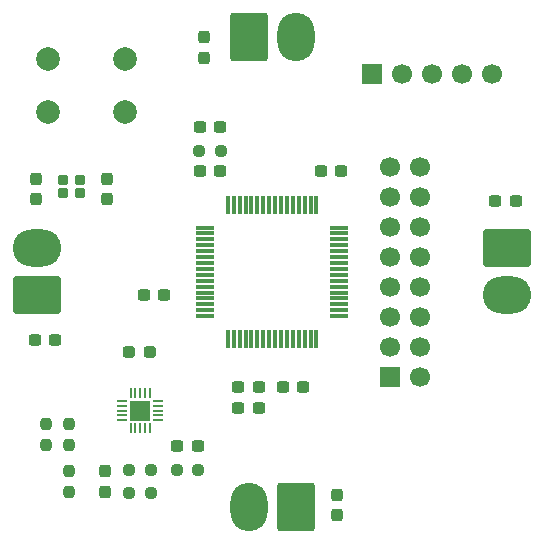
<source format=gbr>
%TF.GenerationSoftware,KiCad,Pcbnew,9.0.3*%
%TF.CreationDate,2025-08-18T23:52:33+02:00*%
%TF.ProjectId,main,6d61696e-2e6b-4696-9361-645f70636258,1.0*%
%TF.SameCoordinates,Original*%
%TF.FileFunction,Soldermask,Top*%
%TF.FilePolarity,Negative*%
%FSLAX46Y46*%
G04 Gerber Fmt 4.6, Leading zero omitted, Abs format (unit mm)*
G04 Created by KiCad (PCBNEW 9.0.3) date 2025-08-18 23:52:33*
%MOMM*%
%LPD*%
G01*
G04 APERTURE LIST*
G04 Aperture macros list*
%AMRoundRect*
0 Rectangle with rounded corners*
0 $1 Rounding radius*
0 $2 $3 $4 $5 $6 $7 $8 $9 X,Y pos of 4 corners*
0 Add a 4 corners polygon primitive as box body*
4,1,4,$2,$3,$4,$5,$6,$7,$8,$9,$2,$3,0*
0 Add four circle primitives for the rounded corners*
1,1,$1+$1,$2,$3*
1,1,$1+$1,$4,$5*
1,1,$1+$1,$6,$7*
1,1,$1+$1,$8,$9*
0 Add four rect primitives between the rounded corners*
20,1,$1+$1,$2,$3,$4,$5,0*
20,1,$1+$1,$4,$5,$6,$7,0*
20,1,$1+$1,$6,$7,$8,$9,0*
20,1,$1+$1,$8,$9,$2,$3,0*%
G04 Aperture macros list end*
%ADD10RoundRect,0.250000X1.330000X1.800000X-1.330000X1.800000X-1.330000X-1.800000X1.330000X-1.800000X0*%
%ADD11O,3.160000X4.100000*%
%ADD12RoundRect,0.250000X-1.330000X-1.800000X1.330000X-1.800000X1.330000X1.800000X-1.330000X1.800000X0*%
%ADD13RoundRect,0.237500X0.300000X0.237500X-0.300000X0.237500X-0.300000X-0.237500X0.300000X-0.237500X0*%
%ADD14RoundRect,0.237500X0.250000X0.237500X-0.250000X0.237500X-0.250000X-0.237500X0.250000X-0.237500X0*%
%ADD15RoundRect,0.237500X0.237500X-0.300000X0.237500X0.300000X-0.237500X0.300000X-0.237500X-0.300000X0*%
%ADD16C,2.000000*%
%ADD17RoundRect,0.237500X0.237500X-0.250000X0.237500X0.250000X-0.237500X0.250000X-0.237500X-0.250000X0*%
%ADD18R,1.700000X1.700000*%
%ADD19C,1.700000*%
%ADD20RoundRect,0.237500X-0.237500X0.300000X-0.237500X-0.300000X0.237500X-0.300000X0.237500X0.300000X0*%
%ADD21RoundRect,0.250000X1.800000X-1.330000X1.800000X1.330000X-1.800000X1.330000X-1.800000X-1.330000X0*%
%ADD22O,4.100000X3.160000*%
%ADD23RoundRect,0.237500X-0.300000X-0.237500X0.300000X-0.237500X0.300000X0.237500X-0.300000X0.237500X0*%
%ADD24RoundRect,0.050000X0.350000X0.050000X-0.350000X0.050000X-0.350000X-0.050000X0.350000X-0.050000X0*%
%ADD25RoundRect,0.050000X0.050000X-0.350000X0.050000X0.350000X-0.050000X0.350000X-0.050000X-0.350000X0*%
%ADD26RoundRect,0.050000X-0.350000X-0.050000X0.350000X-0.050000X0.350000X0.050000X-0.350000X0.050000X0*%
%ADD27R,1.750000X1.750000*%
%ADD28RoundRect,0.250000X-1.800000X1.330000X-1.800000X-1.330000X1.800000X-1.330000X1.800000X1.330000X0*%
%ADD29RoundRect,0.075000X-0.700000X-0.075000X0.700000X-0.075000X0.700000X0.075000X-0.700000X0.075000X0*%
%ADD30RoundRect,0.075000X-0.075000X-0.700000X0.075000X-0.700000X0.075000X0.700000X-0.075000X0.700000X0*%
%ADD31RoundRect,0.237500X-0.250000X-0.237500X0.250000X-0.237500X0.250000X0.237500X-0.250000X0.237500X0*%
%ADD32RoundRect,0.237500X-0.287500X-0.237500X0.287500X-0.237500X0.287500X0.237500X-0.287500X0.237500X0*%
%ADD33RoundRect,0.237500X-0.237500X0.250000X-0.237500X-0.250000X0.237500X-0.250000X0.237500X0.250000X0*%
%ADD34RoundRect,0.200000X0.250000X0.200000X-0.250000X0.200000X-0.250000X-0.200000X0.250000X-0.200000X0*%
G04 APERTURE END LIST*
D10*
%TO.C,J3*%
X151980000Y-119895000D03*
D11*
X148020000Y-119895000D03*
%TD*%
D12*
%TO.C,J1*%
X148020000Y-80105000D03*
D11*
X151980000Y-80105000D03*
%TD*%
D13*
%TO.C,C10*%
X152612500Y-109750000D03*
X150887500Y-109750000D03*
%TD*%
D14*
%TO.C,R4*%
X143738498Y-116758233D03*
X141913498Y-116758233D03*
%TD*%
D15*
%TO.C,C15*%
X130000000Y-93862500D03*
X130000000Y-92137500D03*
%TD*%
D13*
%TO.C,C11*%
X145612500Y-91500000D03*
X143887500Y-91500000D03*
%TD*%
D16*
%TO.C,SW1*%
X131000000Y-82000000D03*
X137500000Y-82000000D03*
X131000000Y-86500000D03*
X137500000Y-86500000D03*
%TD*%
D17*
%TO.C,R1*%
X132825998Y-118670733D03*
X132825998Y-116845733D03*
%TD*%
D18*
%TO.C,J5*%
X159960000Y-108870000D03*
D19*
X162500000Y-108870000D03*
X159960000Y-106330000D03*
X162500000Y-106330000D03*
X159960000Y-103790000D03*
X162500000Y-103790000D03*
X159960000Y-101250000D03*
X162500000Y-101250000D03*
X159960000Y-98710000D03*
X162500000Y-98710000D03*
X159960000Y-96170000D03*
X162500000Y-96170000D03*
X159960000Y-93630000D03*
X162500000Y-93630000D03*
X159960000Y-91090000D03*
X162500000Y-91090000D03*
%TD*%
D20*
%TO.C,C14*%
X136000000Y-92137500D03*
X136000000Y-93862500D03*
%TD*%
D21*
%TO.C,J4*%
X130105000Y-101980000D03*
D22*
X130105000Y-98020000D03*
%TD*%
D18*
%TO.C,J6*%
X158420000Y-83250000D03*
D19*
X160960000Y-83250000D03*
X163500000Y-83250000D03*
X166040000Y-83250000D03*
X168580000Y-83250000D03*
%TD*%
D23*
%TO.C,C1*%
X168887500Y-94000000D03*
X170612500Y-94000000D03*
%TD*%
D24*
%TO.C,U1*%
X137325998Y-110958233D03*
X137325998Y-111358233D03*
X137325998Y-111758233D03*
X137325998Y-112158233D03*
X137325998Y-112558233D03*
D25*
X138025998Y-113258233D03*
X138425998Y-113258233D03*
X138825998Y-113258233D03*
X139225998Y-113258233D03*
X139625998Y-113258233D03*
D26*
X140325998Y-112558233D03*
X140325998Y-112158233D03*
X140325998Y-111758233D03*
X140325998Y-111358233D03*
X140325998Y-110958233D03*
D25*
X139625998Y-110258233D03*
X139225998Y-110258233D03*
X138825998Y-110258233D03*
X138425998Y-110258233D03*
X138025998Y-110258233D03*
D27*
X138825998Y-111758233D03*
%TD*%
D28*
%TO.C,J2*%
X169895000Y-98000000D03*
D22*
X169895000Y-101960000D03*
%TD*%
D23*
%TO.C,C9*%
X147137500Y-111500000D03*
X148862500Y-111500000D03*
%TD*%
D29*
%TO.C,U2*%
X144325000Y-96250000D03*
X144325000Y-96750000D03*
X144325000Y-97250000D03*
X144325000Y-97750000D03*
X144325000Y-98250000D03*
X144325000Y-98750000D03*
X144325000Y-99250000D03*
X144325000Y-99750000D03*
X144325000Y-100250000D03*
X144325000Y-100750000D03*
X144325000Y-101250000D03*
X144325000Y-101750000D03*
X144325000Y-102250000D03*
X144325000Y-102750000D03*
X144325000Y-103250000D03*
X144325000Y-103750000D03*
D30*
X146250000Y-105675000D03*
X146750000Y-105675000D03*
X147250000Y-105675000D03*
X147750000Y-105675000D03*
X148250000Y-105675000D03*
X148750000Y-105675000D03*
X149250000Y-105675000D03*
X149750000Y-105675000D03*
X150250000Y-105675000D03*
X150750000Y-105675000D03*
X151250000Y-105675000D03*
X151750000Y-105675000D03*
X152250000Y-105675000D03*
X152750000Y-105675000D03*
X153250000Y-105675000D03*
X153750000Y-105675000D03*
D29*
X155675000Y-103750000D03*
X155675000Y-103250000D03*
X155675000Y-102750000D03*
X155675000Y-102250000D03*
X155675000Y-101750000D03*
X155675000Y-101250000D03*
X155675000Y-100750000D03*
X155675000Y-100250000D03*
X155675000Y-99750000D03*
X155675000Y-99250000D03*
X155675000Y-98750000D03*
X155675000Y-98250000D03*
X155675000Y-97750000D03*
X155675000Y-97250000D03*
X155675000Y-96750000D03*
X155675000Y-96250000D03*
D30*
X153750000Y-94325000D03*
X153250000Y-94325000D03*
X152750000Y-94325000D03*
X152250000Y-94325000D03*
X151750000Y-94325000D03*
X151250000Y-94325000D03*
X150750000Y-94325000D03*
X150250000Y-94325000D03*
X149750000Y-94325000D03*
X149250000Y-94325000D03*
X148750000Y-94325000D03*
X148250000Y-94325000D03*
X147750000Y-94325000D03*
X147250000Y-94325000D03*
X146750000Y-94325000D03*
X146250000Y-94325000D03*
%TD*%
D31*
%TO.C,R6*%
X137913498Y-116758233D03*
X139738498Y-116758233D03*
%TD*%
D13*
%TO.C,C3*%
X143688498Y-114758233D03*
X141963498Y-114758233D03*
%TD*%
%TO.C,C4*%
X148862500Y-109750000D03*
X147137500Y-109750000D03*
%TD*%
D14*
%TO.C,R5*%
X139738498Y-118758233D03*
X137913498Y-118758233D03*
%TD*%
D32*
%TO.C,L1*%
X137875000Y-106750000D03*
X139625000Y-106750000D03*
%TD*%
D15*
%TO.C,C6*%
X144250000Y-81862500D03*
X144250000Y-80137500D03*
%TD*%
D33*
%TO.C,R2*%
X132825998Y-112845733D03*
X132825998Y-114670733D03*
%TD*%
D17*
%TO.C,R3*%
X130825998Y-114670733D03*
X130825998Y-112845733D03*
%TD*%
D14*
%TO.C,R7*%
X145662500Y-89750000D03*
X143837500Y-89750000D03*
%TD*%
D23*
%TO.C,C5*%
X129887500Y-105750000D03*
X131612500Y-105750000D03*
%TD*%
%TO.C,C8*%
X143887500Y-87750000D03*
X145612500Y-87750000D03*
%TD*%
D34*
%TO.C,Y1*%
X133700000Y-92200000D03*
X132300000Y-92200000D03*
X132300000Y-93300000D03*
X133700000Y-93300000D03*
%TD*%
D20*
%TO.C,C7*%
X135825998Y-116895733D03*
X135825998Y-118620733D03*
%TD*%
D13*
%TO.C,C12*%
X155862500Y-91500000D03*
X154137500Y-91500000D03*
%TD*%
%TO.C,C13*%
X140862500Y-102000000D03*
X139137500Y-102000000D03*
%TD*%
D20*
%TO.C,C2*%
X155500000Y-118887500D03*
X155500000Y-120612500D03*
%TD*%
M02*

</source>
